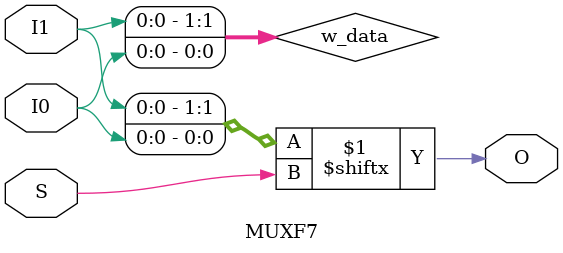
<source format=v>
`ifdef verilator3
`else
`timescale 1 ps / 1 ps
`endif

/* verilator coverage_off */
module MUXF7
(
    input  wire I0, I1, S,
    output wire O
);
    wire [1:0] w_data = { I1, I0 };

    assign O = w_data[S];

endmodule
/* verilator coverage_on */

</source>
